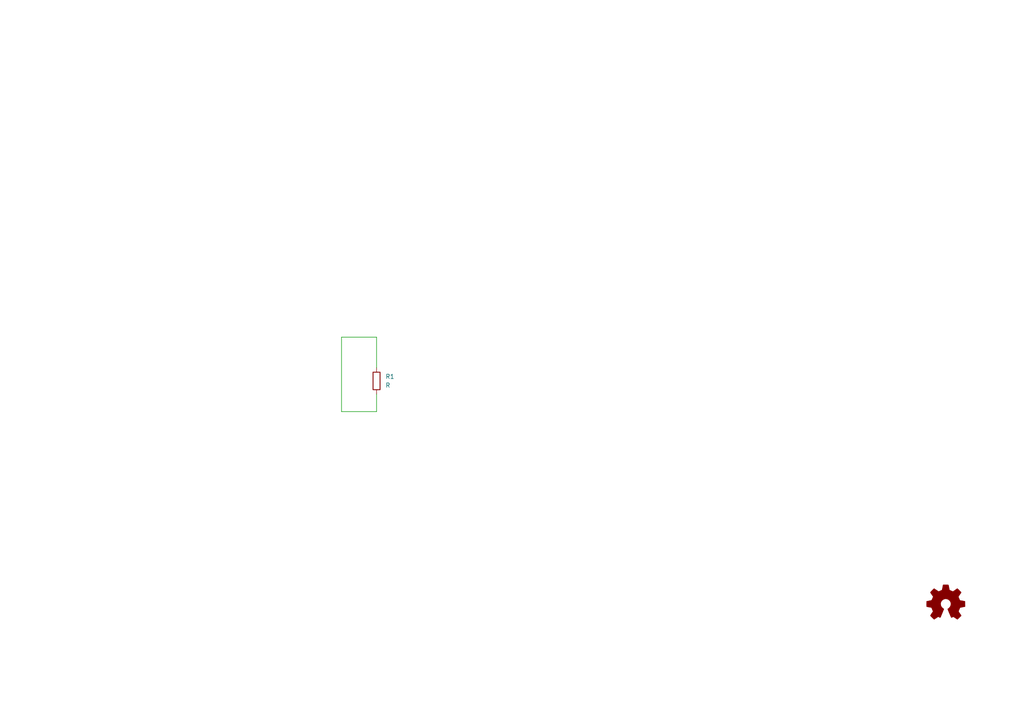
<source format=kicad_sch>
(kicad_sch (version 20211123) (generator eeschema)
  (paper "A4")
  (title_block (title "KiBot-CICD-Template") (date "${date}") (rev "${version}") (company "nerdyscout") (comment 4 "CERN Open Hardware Licence v2.0"))
  (lib_symbols
    (symbol "Device:R" (pin_numbers hide) (pin_names (offset 0))
      (property "Reference" "R" (at 2.032 0 90))
      (property "Value" "R" (at 0 0 90))
      (symbol "R_0_1"
        (rectangle (start -1.016 -2.54) (end 1.016 2.54) (stroke (width 0.254)))
      )
      (symbol "R_1_1"
        (pin passive line (at 0 3.81 270) (length 1.27) (name "~") (number "1"))
        (pin passive line (at 0 -3.81 90) (length 1.27) (name "~") (number "2"))
      )
    )
    (symbol "Graphic:Logo_Open_Hardware_Small" (pin_names (offset 1.016))
      (symbol "Logo_Open_Hardware_Small_0_1"
        (polyline (pts (xy 3.3528 -4.3434) (xy 3.302 -4.318) (xy 3.175 -4.2418) (xy 2.9972 -4.1148) (xy 2.7686 -3.9624) (xy 2.54 -3.81) (xy 2.3622 -3.7084) (xy 2.2352 -3.6068) (xy 2.1844 -3.5814) (xy 2.159 -3.6068) (xy 2.0574 -3.6576) (xy 1.905 -3.7338) (xy 1.8034 -3.7846) (xy 1.6764 -3.8354) (xy 1.6002 -3.8354) (xy 1.6002 -3.8354) (xy 1.5494 -3.7338) (xy 1.4732 -3.5306) (xy 1.3462 -3.302) (xy 1.2446 -3.0226) (xy 1.1176 -2.7178) (xy 0.9652 -2.413) (xy 0.8636 -2.1082) (xy 0.7366 -1.8288) (xy 0.6604 -1.6256) (xy 0.6096 -1.4732) (xy 0.5842 -1.397) (xy 0.5842 -1.397) (xy 0.6604 -1.3208) (xy 0.7874 -1.2446) (xy 1.0414 -1.016) (xy 1.2954 -0.6858) (xy 1.4478 -0.3302) (xy 1.524 0.0762) (xy 1.4732 0.4572) (xy 1.3208 0.8128) (xy 1.0668 1.143) (xy 0.762 1.3716) (xy 0.4064 1.524) (xy 0 1.5748) (xy -0.381 1.5494) (xy -0.7366 1.397) (xy -1.0668 1.143) (xy -1.2192 0.9906) (xy -1.397 0.6604) (xy -1.524 0.3048) (xy -1.524 0.2286) (xy -1.4986 -0.1778) (xy -1.397 -0.5334) (xy -1.1938 -0.8636) (xy -0.9144 -1.143) (xy -0.8636 -1.1684) (xy -0.7366 -1.27) (xy -0.635 -1.3462) (xy -0.5842 -1.397) (xy -1.0668 -2.5908) (xy -1.143 -2.794) (xy -1.2954 -3.1242) (xy -1.397 -3.4036) (xy -1.4986 -3.6322) (xy -1.5748 -3.7846) (xy -1.6002 -3.8354) (xy -1.6002 -3.8354) (xy -1.651 -3.8354) (xy -1.7272 -3.81) (xy -1.905 -3.7338) (xy -2.0066 -3.683) (xy -2.1336 -3.6068) (xy -2.2098 -3.5814) (xy -2.2606 -3.6068) (xy -2.3622 -3.683) (xy -2.54 -3.81) (xy -2.7686 -3.9624) (xy -2.9718 -4.0894) (xy -3.1496 -4.2164) (xy -3.302 -4.318) (xy -3.3528 -4.3434) (xy -3.3782 -4.3434) (xy -3.429 -4.318) (xy -3.5306 -4.2164) (xy -3.7084 -4.064) (xy -3.937 -3.8354) (xy -3.9624 -3.81) (xy -4.1656 -3.6068) (xy -4.318 -3.4544) (xy -4.4196 -3.3274) (xy -4.445 -3.2766) (xy -4.445 -3.2766) (xy -4.4196 -3.2258) (xy -4.318 -3.0734) (xy -4.2164 -2.8956) (xy -4.064 -2.667) (xy -3.6576 -2.0828) (xy -3.8862 -1.5494) (xy -3.937 -1.3716) (xy -4.0386 -1.1684) (xy -4.0894 -1.0414) (xy -4.1148 -0.9652) (xy -4.191 -0.9398) (xy -4.318 -0.9144) (xy -4.5466 -0.8636) (xy -4.8006 -0.8128) (xy -5.0546 -0.7874) (xy -5.2578 -0.7366) (xy -5.4356 -0.7112) (xy -5.5118 -0.6858) (xy -5.5118 -0.6858) (xy -5.5372 -0.635) (xy -5.5372 -0.5588) (xy -5.5372 -0.4318) (xy -5.5626 -0.2286) (xy -5.5626 0.0762) (xy -5.5626 0.127) (xy -5.5372 0.4064) (xy -5.5372 0.635) (xy -5.5372 0.762) (xy -5.5372 0.8382) (xy -5.5372 0.8382) (xy -5.461 0.8382) (xy -5.3086 0.889) (xy -5.08 0.9144) (xy -4.826 0.9652) (xy -4.8006 0.9906) (xy -4.5466 1.0414) (xy -4.318 1.0668) (xy -4.1656 1.1176) (xy -4.0894 1.143) (xy -4.0894 1.143) (xy -4.0386 1.2446) (xy -3.9624 1.4224) (xy -3.8608 1.6256) (xy -3.7846 1.8288) (xy -3.7084 2.0066) (xy -3.6576 2.159) (xy -3.6322 2.2098) (xy -3.6322 2.2098) (xy -3.683 2.286) (xy -3.7592 2.413) (xy -3.8862 2.5908) (xy -4.064 2.8194) (xy -4.064 2.8448) (xy -4.2164 3.0734) (xy -4.3434 3.2512) (xy -4.4196 3.3782) (xy -4.445 3.4544) (xy -4.445 3.4544) (xy -4.3942 3.5052) (xy -4.2926 3.6322) (xy -4.1148 3.81) (xy -3.937 4.0132) (xy -3.8608 4.064) (xy -3.6576 4.2926) (xy -3.5052 4.4196) (xy -3.4036 4.4958) (xy -3.3528 4.5212) (xy -3.3528 4.5212) (xy -3.302 4.4704) (xy -3.1496 4.3688) (xy -2.9718 4.2418) (xy -2.7432 4.0894) (xy -2.7178 4.0894) (xy -2.4892 3.937) (xy -2.3114 3.81) (xy -2.1844 3.7084) (xy -2.1336 3.683) (xy -2.1082 3.683) (xy -2.032 3.7084) (xy -1.8542 3.7592) (xy -1.6764 3.8354) (xy -1.4732 3.937) (xy -1.27 4.0132) (xy -1.143 4.064) (xy -1.0668 4.1148) (xy -1.0668 4.1148) (xy -1.0414 4.191) (xy -1.016 4.3434) (xy -0.9652 4.572) (xy -0.9144 4.8514) (xy -0.889 4.9022) (xy -0.8382 5.1562) (xy -0.8128 5.3848) (xy -0.7874 5.5372) (xy -0.762 5.588) (xy -0.7112 5.6134) (xy -0.5842 5.6134) (xy -0.4064 5.6134) (xy -0.1524 5.6134) (xy 0.0762 5.6134) (xy 0.3302 5.6134) (xy 0.5334 5.6134) (xy 0.6858 5.588) (xy 0.7366 5.588) (xy 0.7366 5.588) (xy 0.762 5.5118) (xy 0.8128 5.334) (xy 0.8382 5.1054) (xy 0.9144 4.826) (xy 0.9144 4.7752) (xy 0.9652 4.5212) (xy 1.016 4.2926) (xy 1.0414 4.1402) (xy 1.0668 4.0894) (xy 1.0668 4.0894) (xy 1.1938 4.0386) (xy 1.3716 3.9624) (xy 1.5748 3.8608) (xy 2.0828 3.6576) (xy 2.7178 4.0894) (xy 2.7686 4.1402) (xy 2.9972 4.2926) (xy 3.175 4.4196) (xy 3.302 4.4958) (xy 3.3782 4.5212) (xy 3.3782 4.5212) (xy 3.429 4.4704) (xy 3.556 4.3434) (xy 3.7338 4.191) (xy 3.9116 3.9878) (xy 4.064 3.8354) (xy 4.2418 3.6576) (xy 4.3434 3.556) (xy 4.4196 3.4798) (xy 4.4196 3.429) (xy 4.4196 3.4036) (xy 4.3942 3.3274) (xy 4.2926 3.2004) (xy 4.1656 2.9972) (xy 4.0132 2.794) (xy 3.8862 2.5908) (xy 3.7592 2.3876) (xy 3.6576 2.2352) (xy 3.6322 2.159) (xy 3.6322 2.1336) (xy 3.683 2.0066) (xy 3.7592 1.8288) (xy 3.8608 1.6002) (xy 4.064 1.1176) (xy 4.3942 1.0414) (xy 4.5974 1.016) (xy 4.8768 0.9652) (xy 5.1308 0.9144) (xy 5.5372 0.8382) (xy 5.5626 -0.6604) (xy 5.4864 -0.6858) (xy 5.4356 -0.6858) (xy 5.2832 -0.7366) (xy 5.0546 -0.762) (xy 4.8006 -0.8128) (xy 4.5974 -0.8636) (xy 4.3688 -0.9144) (xy 4.2164 -0.9398) (xy 4.1402 -0.9398) (xy 4.1148 -0.9652) (xy 4.064 -1.0668) (xy 3.9878 -1.2446) (xy 3.9116 -1.4478) (xy 3.81 -1.651) (xy 3.7338 -1.8542) (xy 3.683 -2.0066) (xy 3.6576 -2.0828) (xy 3.683 -2.1336) (xy 3.7846 -2.2606) (xy 3.8862 -2.4638) (xy 4.0386 -2.667) (xy 4.191 -2.8956) (xy 4.318 -3.0734) (xy 4.3942 -3.2004) (xy 4.445 -3.2766) (xy 4.4196 -3.3274) (xy 4.3434 -3.429) (xy 4.1656 -3.5814) (xy 3.937 -3.8354) (xy 3.8862 -3.8608) (xy 3.683 -4.064) (xy 3.5306 -4.2164) (xy 3.4036 -4.318) (xy 3.3528 -4.3434)) (fill (type outline)))
      )
    )
  )
  (wire (pts (xy 99.06 97.79) (xy 99.06 119.38)))
  (wire (pts (xy 99.06 119.38) (xy 109.22 119.38)))
  (wire (pts (xy 109.22 106.68) (xy 109.22 97.79)))
  (wire (pts (xy 109.22 97.79) (xy 99.06 97.79)))
  (wire (pts (xy 109.22 119.38) (xy 109.22 114.3)))
  (symbol (lib_id "Graphic:Logo_Open_Hardware_Small") (at 274.32 175.26 0) (unit 1)
    (property "Reference" "#LOGO1" (effects hide))
    (property "Value" "Logo_Open_Hardware_Small" (effects hide))
    (property "Footprint" "Symbol:OSHW-Symbol_6.7x6mm_SilkScreen" (effects hide))
  )
  (symbol (lib_id "Device:R") (at 109.22 110.49 0) (unit 1)
    (property "Reference" "R1" (at 111.76 109.2199 0) (effects (justify left)))
    (property "Value" "R" (at 111.76 111.7599 0) (effects (justify left)))
    (property "Variant" "DNP" (effects hide))
  )
)
</source>
